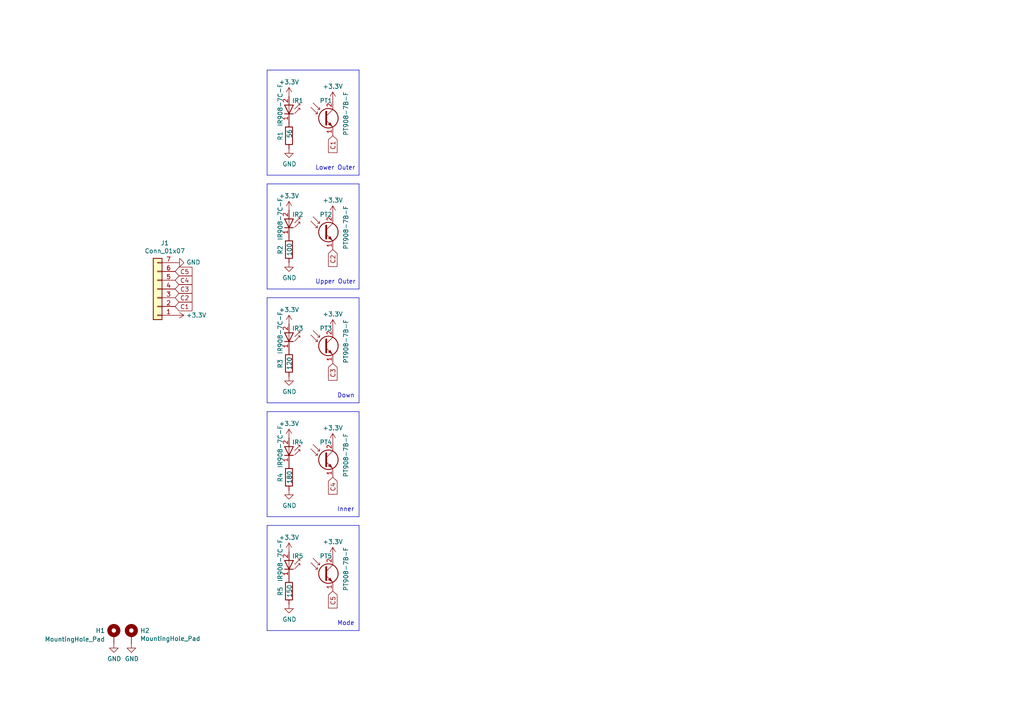
<source format=kicad_sch>
(kicad_sch (version 20230121) (generator eeschema)
  (paper "A4")
  (lib_symbols
    (symbol "Connector_Generic:Conn_01x07" (pin_names (offset 1.016) hide)
      (property "Reference" "J" (at 0 10.16 0))
      (property "Value" "Conn_01x07" (at 0 -10.16 0))
      (symbol "Conn_01x07_1_1"
        (rectangle (start -1.27 -7.493) (end 0 -7.747) (stroke (width 0.1524)))
        (rectangle (start -1.27 -4.953) (end 0 -5.207) (stroke (width 0.1524)))
        (rectangle (start -1.27 -2.413) (end 0 -2.667) (stroke (width 0.1524)))
        (rectangle (start -1.27 0.127) (end 0 -0.127) (stroke (width 0.1524)))
        (rectangle (start -1.27 2.667) (end 0 2.413) (stroke (width 0.1524)))
        (rectangle (start -1.27 5.207) (end 0 4.953) (stroke (width 0.1524)))
        (rectangle (start -1.27 7.747) (end 0 7.493) (stroke (width 0.1524)))
        (rectangle (start -1.27 8.89) (end 1.27 -8.89) (stroke (width 0.254)) (fill (type background)))
        (pin passive line (at -5.08 7.62 0) (length 3.81) (name "Pin_1") (number "1"))
        (pin passive line (at -5.08 5.08 0) (length 3.81) (name "Pin_2") (number "2"))
        (pin passive line (at -5.08 2.54 0) (length 3.81) (name "Pin_3") (number "3"))
        (pin passive line (at -5.08 0 0) (length 3.81) (name "Pin_4") (number "4"))
        (pin passive line (at -5.08 -2.54 0) (length 3.81) (name "Pin_5") (number "5"))
        (pin passive line (at -5.08 -5.08 0) (length 3.81) (name "Pin_6") (number "6"))
        (pin passive line (at -5.08 -7.62 0) (length 3.81) (name "Pin_7") (number "7"))
      )
    )
    (symbol "Device:R" (pin_numbers hide) (pin_names (offset 0))
      (property "Reference" "R" (at 2.032 0 90))
      (property "Value" "R" (at 0 0 90))
      (symbol "R_0_1"
        (rectangle (start -1.016 -2.54) (end 1.016 2.54) (stroke (width 0.254)))
      )
      (symbol "R_1_1"
        (pin passive line (at 0 3.81 270) (length 1.27) (name "~") (number "1"))
        (pin passive line (at 0 -3.81 90) (length 1.27) (name "~") (number "2"))
      )
    )
    (symbol "Mechanical:MountingHole_Pad" (pin_numbers hide) (pin_names (offset 1.016) hide)
      (property "Reference" "H" (at 0 6.35 0))
      (property "Value" "MountingHole_Pad" (at 0 4.445 0))
      (symbol "MountingHole_Pad_0_1"
        (circle (center 0 1.27) (radius 1.27) (stroke (width 1.27)))
      )
      (symbol "MountingHole_Pad_1_1"
        (pin input line (at 0 -2.54 90) (length 2.54) (name "1") (number "1"))
      )
    )
    (symbol "lalboard:IR908-7C-F" (pin_names (offset 1.016) hide)
      (property "Reference" "D" (at 1.778 3.048 0))
      (property "Value" "IR908-7C-F" (at -1.016 -2.794 0))
      (symbol "IR908-7C-F_0_1"
        (polyline (pts (xy -2.54 0) (xy 0 0)))
        (polyline (pts (xy -2.54 1.27) (xy -2.54 -1.27)) (stroke (width 0.254)))
        (polyline (pts (xy 0.381 3.175) (xy -0.127 3.175)))
        (polyline (pts (xy -1.143 1.651) (xy 0.381 3.175) (xy 0.381 2.667)))
        (polyline (pts (xy 0 -1.27) (xy 0 1.27) (xy -2.54 0) (xy 0 -1.27)) (stroke (width 0.254)))
        (polyline (pts (xy -2.413 1.651) (xy -0.889 3.175) (xy -0.889 2.667) (xy -0.889 3.175) (xy -1.397 3.175)))
      )
      (symbol "IR908-7C-F_1_1"
        (pin passive line (at -5.08 0 0) (length 2.54) (name "K") (number "1"))
        (pin passive line (at 2.54 0 180) (length 2.54) (name "A") (number "2"))
      )
    )
    (symbol "lalboard:PT908-7B-F" (pin_names (offset 0) hide)
      (property "Reference" "Q" (at 5.08 1.27 0))
      (property "Value" "PT908-7B-F" (at 5.08 -1.27 0))
      (symbol "PT908-7B-F_0_1"
        (polyline (pts (xy -1.905 1.27) (xy -2.54 1.27)))
        (polyline (pts (xy -1.27 2.54) (xy -1.905 2.54)))
        (polyline (pts (xy 0.635 0.635) (xy 2.54 2.54)))
        (polyline (pts (xy -3.81 3.175) (xy -1.905 1.27) (xy -1.905 1.905)))
        (polyline (pts (xy -3.175 4.445) (xy -1.27 2.54) (xy -1.27 3.175)))
        (polyline (pts (xy 0.635 -0.635) (xy 2.54 -2.54) (xy 2.54 -2.54)))
        (polyline (pts (xy 0.635 1.905) (xy 0.635 -1.905) (xy 0.635 -1.905)) (stroke (width 0.508)))
        (polyline (pts (xy 1.27 -1.778) (xy 1.778 -1.27) (xy 2.286 -2.286) (xy 1.27 -1.778) (xy 1.27 -1.778)) (fill (type outline)))
        (circle (center 1.27 0) (radius 2.8194) (stroke (width 0.254)))
      )
      (symbol "PT908-7B-F_1_1"
        (pin passive line (at 2.54 -5.08 90) (length 2.54) (name "E") (number "1"))
        (pin passive line (at 2.54 5.08 270) (length 2.54) (name "C") (number "2"))
      )
    )
    (symbol "power:+3.3V" (power) (pin_names (offset 0))
      (property "Value" "+3.3V" (at 0 3.556 0))
      (symbol "+3.3V_0_1"
        (polyline (pts (xy -0.762 1.27) (xy 0 2.54)))
        (polyline (pts (xy 0 0) (xy 0 2.54)))
        (polyline (pts (xy 0 2.54) (xy 0.762 1.27)))
      )
      (symbol "+3.3V_1_1"
        (pin power_in line (at 0 0 90) (length 0) hide (name "+3.3V") (number "1"))
      )
    )
    (symbol "power:GND" (power) (pin_names (offset 0))
      (property "Value" "GND" (at 0 -3.81 0))
      (symbol "GND_0_1"
        (polyline (pts (xy 0 0) (xy 0 -1.27) (xy 1.27 -1.27) (xy 0 -2.54) (xy -1.27 -1.27) (xy 0 -1.27)))
      )
      (symbol "GND_1_1"
        (pin power_in line (at 0 0 270) (length 0) hide (name "GND") (number "1"))
      )
    )
  )
  (polyline (pts (xy 104.14 53.34) (xy 104.14 83.82)))
  (polyline (pts (xy 77.47 20.32) (xy 77.47 50.8)))
  (polyline (pts (xy 77.47 86.36) (xy 104.14 86.36)))
  (polyline (pts (xy 77.47 152.4) (xy 77.47 182.88)))
  (polyline (pts (xy 104.14 182.88) (xy 77.47 182.88)))
  (polyline (pts (xy 77.47 20.32) (xy 104.14 20.32)))
  (polyline (pts (xy 104.14 152.4) (xy 104.14 182.88)))
  (polyline (pts (xy 104.14 50.8) (xy 77.47 50.8)))
  (polyline (pts (xy 77.47 53.34) (xy 77.47 83.82)))
  (polyline (pts (xy 104.14 86.36) (xy 104.14 116.84)))
  (polyline (pts (xy 104.14 149.86) (xy 77.47 149.86)))
  (polyline (pts (xy 104.14 116.84) (xy 77.47 116.84)))
  (polyline (pts (xy 77.47 119.38) (xy 104.14 119.38)))
  (polyline (pts (xy 77.47 86.36) (xy 77.47 116.84)))
  (polyline (pts (xy 77.47 119.38) (xy 77.47 149.86)))
  (polyline (pts (xy 104.14 119.38) (xy 104.14 149.86)))
  (polyline (pts (xy 104.14 20.32) (xy 104.14 50.8)))
  (polyline (pts (xy 77.47 152.4) (xy 104.14 152.4)))
  (polyline (pts (xy 77.47 53.34) (xy 104.14 53.34)))
  (polyline (pts (xy 104.14 83.82) (xy 77.47 83.82)))
  (text "Upper Outer" (at 91.44 82.55 0) (effects (font (size 1.27 1.27)) (justify left bottom)))
  (text "Down" (at 97.79 115.57 0) (effects (font (size 1.27 1.27)) (justify left bottom)))
  (text "Inner" (at 97.79 148.59 0) (effects (font (size 1.27 1.27)) (justify left bottom)))
  (text "Mode" (at 97.79 181.61 0) (effects (font (size 1.27 1.27)) (justify left bottom)))
  (text "Lower Outer" (at 91.44 49.53 0) (effects (font (size 1.27 1.27)) (justify left bottom)))
  (global_label "C4" (shape input) (at 50.8 81.28 0) (property "Intersheetrefs" "${INTERSHEET_REFS}" (effects hide)))
  (global_label "C2" (shape input) (at 50.8 86.36 0) (property "Intersheetrefs" "${INTERSHEET_REFS}" (effects hide)))
  (global_label "C5" (shape input) (at 96.52 171.45 270) (property "Intersheetrefs" "${INTERSHEET_REFS}" (effects hide)))
  (global_label "C1" (shape input) (at 96.52 39.37 270) (property "Intersheetrefs" "${INTERSHEET_REFS}" (effects hide)))
  (global_label "C3" (shape input) (at 50.8 83.82 0) (property "Intersheetrefs" "${INTERSHEET_REFS}" (effects hide)))
  (global_label "C4" (shape input) (at 96.52 138.43 270) (property "Intersheetrefs" "${INTERSHEET_REFS}" (effects hide)))
  (global_label "C1" (shape input) (at 50.8 88.9 0) (property "Intersheetrefs" "${INTERSHEET_REFS}" (effects hide)))
  (global_label "C3" (shape input) (at 96.52 105.41 270) (property "Intersheetrefs" "${INTERSHEET_REFS}" (effects hide)))
  (global_label "C2" (shape input) (at 96.52 72.39 270) (property "Intersheetrefs" "${INTERSHEET_REFS}" (effects hide)))
  (global_label "C5" (shape input) (at 50.8 78.74 0) (property "Intersheetrefs" "${INTERSHEET_REFS}" (effects hide)))
  (symbol (lib_id "Connector_Generic:Conn_01x07") (at 45.72 83.82 180) (unit 1)
    (property "Reference" "J1" (at 47.8028 70.485 0))
    (property "Value" "Conn_01x07" (at 47.8028 72.7964 0))
    (property "Footprint" "lalboard:JST_ZH_B7B-ZR_1x07_P1.50mm_Vertical" (effects hide))
  )
  (symbol (lib_id "lalboard:IR908-7C-F") (at 83.82 30.48 270) (mirror x) (unit 1)
    (property "Reference" "IR1" (at 86.36 29.21 90))
    (property "Value" "IR908-7C-F" (at 81.28 30.48 0))
    (property "Footprint" "lalboard:IR908-7C-F" (effects hide))
    (property "Datasheet" "https://www.everlight.com/file/ProductFile/201407052136280483.pdf" (effects hide))
  )
  (symbol (lib_id "lalboard:PT908-7B-F") (at 93.98 34.29 0) (unit 1)
    (property "Reference" "PT1" (at 92.71 29.21 0) (effects (justify left)))
    (property "Value" "PT908-7B-F" (at 100.33 39.37 90) (effects (justify left)))
    (property "Footprint" "lalboard:PT908-7C-F" (effects hide))
    (property "Datasheet" "https://www.everlight.com/file/ProductFile/PT908-7B-F.pdf" (effects hide))
  )
  (symbol (lib_id "Device:R") (at 83.82 39.37 180) (unit 1)
    (property "Reference" "R1" (at 81.28 38.1 90) (effects (justify left)))
    (property "Value" "56" (at 83.9724 37.4396 90) (effects (justify left)))
    (property "Footprint" "Resistor_SMD:R_0805_2012Metric_Pad1.20x1.40mm_HandSolder" (effects hide))
  )
  (symbol (lib_id "power:GND") (at 83.82 43.18 0) (unit 1)
    (property "Reference" "#PWR03" (effects hide))
    (property "Value" "GND" (at 83.947 47.5742 0))
  )
  (symbol (lib_id "power:GND") (at 50.8 76.2 90) (unit 1)
    (property "Reference" "#PWR01" (effects hide))
    (property "Value" "GND" (at 54.0512 76.073 90) (effects (justify right)))
  )
  (symbol (lib_id "lalboard:PT908-7B-F") (at 93.98 67.31 0) (unit 1)
    (property "Reference" "PT2" (at 92.71 62.23 0) (effects (justify left)))
    (property "Value" "PT908-7B-F" (at 100.33 72.39 90) (effects (justify left)))
    (property "Footprint" "lalboard:PT908-7C-F" (effects hide))
    (property "Datasheet" "https://www.everlight.com/file/ProductFile/PT908-7B-F.pdf" (effects hide))
  )
  (symbol (lib_id "Device:R") (at 83.82 72.39 180) (unit 1)
    (property "Reference" "R2" (at 81.28 71.12 90) (effects (justify left)))
    (property "Value" "100" (at 83.9724 70.4596 90) (effects (justify left)))
    (property "Footprint" "Resistor_SMD:R_0805_2012Metric_Pad1.20x1.40mm_HandSolder" (effects hide))
  )
  (symbol (lib_id "lalboard:IR908-7C-F") (at 83.82 63.5 270) (mirror x) (unit 1)
    (property "Reference" "IR2" (at 86.36 62.23 90))
    (property "Value" "IR908-7C-F" (at 81.28 63.5 0))
    (property "Footprint" "lalboard:IR908-7C-F" (effects hide))
    (property "Datasheet" "https://www.everlight.com/file/ProductFile/201407052136280483.pdf" (effects hide))
  )
  (symbol (lib_id "power:GND") (at 83.82 76.2 0) (unit 1)
    (property "Reference" "#PWR0102" (effects hide))
    (property "Value" "GND" (at 83.947 80.5942 0))
  )
  (symbol (lib_id "lalboard:PT908-7B-F") (at 93.98 100.33 0) (unit 1)
    (property "Reference" "PT3" (at 92.71 95.25 0) (effects (justify left)))
    (property "Value" "PT908-7B-F" (at 100.33 105.41 90) (effects (justify left)))
    (property "Footprint" "lalboard:PT908-7C-F" (effects hide))
    (property "Datasheet" "https://www.everlight.com/file/ProductFile/PT908-7B-F.pdf" (effects hide))
  )
  (symbol (lib_id "Device:R") (at 83.82 105.41 180) (unit 1)
    (property "Reference" "R3" (at 81.28 104.14 90) (effects (justify left)))
    (property "Value" "120" (at 83.9724 103.4796 90) (effects (justify left)))
    (property "Footprint" "Resistor_SMD:R_0805_2012Metric_Pad1.20x1.40mm_HandSolder" (effects hide))
  )
  (symbol (lib_id "lalboard:IR908-7C-F") (at 83.82 96.52 270) (mirror x) (unit 1)
    (property "Reference" "IR3" (at 86.36 95.25 90))
    (property "Value" "IR908-7C-F" (at 81.28 96.52 0))
    (property "Footprint" "lalboard:IR908-7C-F" (effects hide))
    (property "Datasheet" "https://www.everlight.com/file/ProductFile/201407052136280483.pdf" (effects hide))
  )
  (symbol (lib_id "power:GND") (at 83.82 109.22 0) (unit 1)
    (property "Reference" "#PWR0105" (effects hide))
    (property "Value" "GND" (at 83.947 113.6142 0))
  )
  (symbol (lib_id "lalboard:PT908-7B-F") (at 93.98 133.35 0) (unit 1)
    (property "Reference" "PT4" (at 92.71 128.27 0) (effects (justify left)))
    (property "Value" "PT908-7B-F" (at 100.33 138.43 90) (effects (justify left)))
    (property "Footprint" "lalboard:PT908-7C-F" (effects hide))
    (property "Datasheet" "https://www.everlight.com/file/ProductFile/PT908-7B-F.pdf" (effects hide))
  )
  (symbol (lib_id "Device:R") (at 83.82 138.43 180) (unit 1)
    (property "Reference" "R4" (at 81.28 137.16 90) (effects (justify left)))
    (property "Value" "180" (at 83.9724 136.4996 90) (effects (justify left)))
    (property "Footprint" "Resistor_SMD:R_0805_2012Metric_Pad1.20x1.40mm_HandSolder" (effects hide))
  )
  (symbol (lib_id "lalboard:IR908-7C-F") (at 83.82 129.54 270) (mirror x) (unit 1)
    (property "Reference" "IR4" (at 86.36 128.27 90))
    (property "Value" "IR908-7C-F" (at 81.28 129.54 0))
    (property "Footprint" "lalboard:IR908-7C-F" (effects hide))
    (property "Datasheet" "https://www.everlight.com/file/ProductFile/201407052136280483.pdf" (effects hide))
  )
  (symbol (lib_id "power:GND") (at 83.82 142.24 0) (unit 1)
    (property "Reference" "#PWR0108" (effects hide))
    (property "Value" "GND" (at 83.947 146.6342 0))
  )
  (symbol (lib_id "lalboard:PT908-7B-F") (at 93.98 166.37 0) (unit 1)
    (property "Reference" "PT5" (at 92.71 161.29 0) (effects (justify left)))
    (property "Value" "PT908-7B-F" (at 100.33 171.45 90) (effects (justify left)))
    (property "Footprint" "lalboard:PT908-7C-F" (effects hide))
    (property "Datasheet" "https://www.everlight.com/file/ProductFile/PT908-7B-F.pdf" (effects hide))
  )
  (symbol (lib_id "Device:R") (at 83.82 171.45 180) (unit 1)
    (property "Reference" "R5" (at 81.28 170.18 90) (effects (justify left)))
    (property "Value" "150" (at 83.9724 169.5196 90) (effects (justify left)))
    (property "Footprint" "Resistor_SMD:R_0805_2012Metric_Pad1.20x1.40mm_HandSolder" (effects hide))
  )
  (symbol (lib_id "lalboard:IR908-7C-F") (at 83.82 162.56 270) (mirror x) (unit 1)
    (property "Reference" "IR5" (at 86.36 161.29 90))
    (property "Value" "IR908-7C-F" (at 81.28 162.56 0))
    (property "Footprint" "lalboard:IR908-7C-F" (effects hide))
    (property "Datasheet" "https://www.everlight.com/file/ProductFile/201407052136280483.pdf" (effects hide))
  )
  (symbol (lib_id "power:GND") (at 83.82 175.26 0) (unit 1)
    (property "Reference" "#PWR0111" (effects hide))
    (property "Value" "GND" (at 83.947 179.6542 0))
  )
  (symbol (lib_id "power:GND") (at 38.1 186.69 0) (unit 1)
    (property "Reference" "#PWR0113" (effects hide))
    (property "Value" "GND" (at 38.227 191.0842 0))
  )
  (symbol (lib_id "power:GND") (at 33.02 186.69 0) (unit 1)
    (property "Reference" "#PWR0114" (effects hide))
    (property "Value" "GND" (at 33.147 191.0842 0))
  )
  (symbol (lib_id "Mechanical:MountingHole_Pad") (at 38.1 184.15 0) (unit 1)
    (property "Reference" "H2" (at 40.64 182.9054 0) (effects (justify left)))
    (property "Value" "MountingHole_Pad" (at 40.64 185.2168 0) (effects (justify left)))
    (property "Footprint" "MountingHole:MountingHole_3.2mm_M3_Pad" (effects hide))
  )
  (symbol (lib_id "Mechanical:MountingHole_Pad") (at 33.02 184.15 0) (unit 1)
    (property "Reference" "H1" (at 30.48 182.88 0) (effects (justify right)))
    (property "Value" "MountingHole_Pad" (at 30.48 185.42 0) (effects (justify right)))
    (property "Footprint" "MountingHole:MountingHole_3.2mm_M3_Pad" (effects hide))
  )
  (symbol (lib_id "power:+3.3V") (at 96.52 95.25 0) (unit 1)
    (property "Reference" "#PWR09" (effects hide))
    (property "Value" "+3.3V" (at 96.52 91.1169 0))
  )
  (symbol (lib_id "power:+3.3V") (at 83.82 27.94 0) (unit 1)
    (property "Reference" "#PWR04" (effects hide))
    (property "Value" "+3.3V" (at 83.82 23.8069 0))
  )
  (symbol (lib_id "power:+3.3V") (at 96.52 29.21 0) (unit 1)
    (property "Reference" "#PWR05" (effects hide))
    (property "Value" "+3.3V" (at 96.52 25.0769 0))
  )
  (symbol (lib_id "power:+3.3V") (at 83.82 127 0) (unit 1)
    (property "Reference" "#PWR010" (effects hide))
    (property "Value" "+3.3V" (at 83.82 122.8669 0))
  )
  (symbol (lib_id "power:+3.3V") (at 83.82 93.98 0) (unit 1)
    (property "Reference" "#PWR08" (effects hide))
    (property "Value" "+3.3V" (at 83.82 89.8469 0))
  )
  (symbol (lib_id "power:+3.3V") (at 83.82 60.96 0) (unit 1)
    (property "Reference" "#PWR06" (effects hide))
    (property "Value" "+3.3V" (at 83.82 56.8269 0))
  )
  (symbol (lib_id "power:+3.3V") (at 96.52 128.27 0) (unit 1)
    (property "Reference" "#PWR011" (effects hide))
    (property "Value" "+3.3V" (at 96.52 124.1369 0))
  )
  (symbol (lib_id "power:+3.3V") (at 83.82 160.02 0) (unit 1)
    (property "Reference" "#PWR012" (effects hide))
    (property "Value" "+3.3V" (at 83.82 155.8869 0))
  )
  (symbol (lib_id "power:+3.3V") (at 96.52 62.23 0) (unit 1)
    (property "Reference" "#PWR07" (effects hide))
    (property "Value" "+3.3V" (at 96.52 58.0969 0))
  )
  (symbol (lib_id "power:+3.3V") (at 96.52 161.29 0) (unit 1)
    (property "Reference" "#PWR013" (effects hide))
    (property "Value" "+3.3V" (at 96.52 157.1569 0))
  )
  (symbol (lib_id "power:+3.3V") (at 50.8 91.44 270) (unit 1)
    (property "Reference" "#PWR02" (effects hide))
    (property "Value" "+3.3V" (at 53.975 91.44 90) (effects (justify left)))
  )
)
</source>
